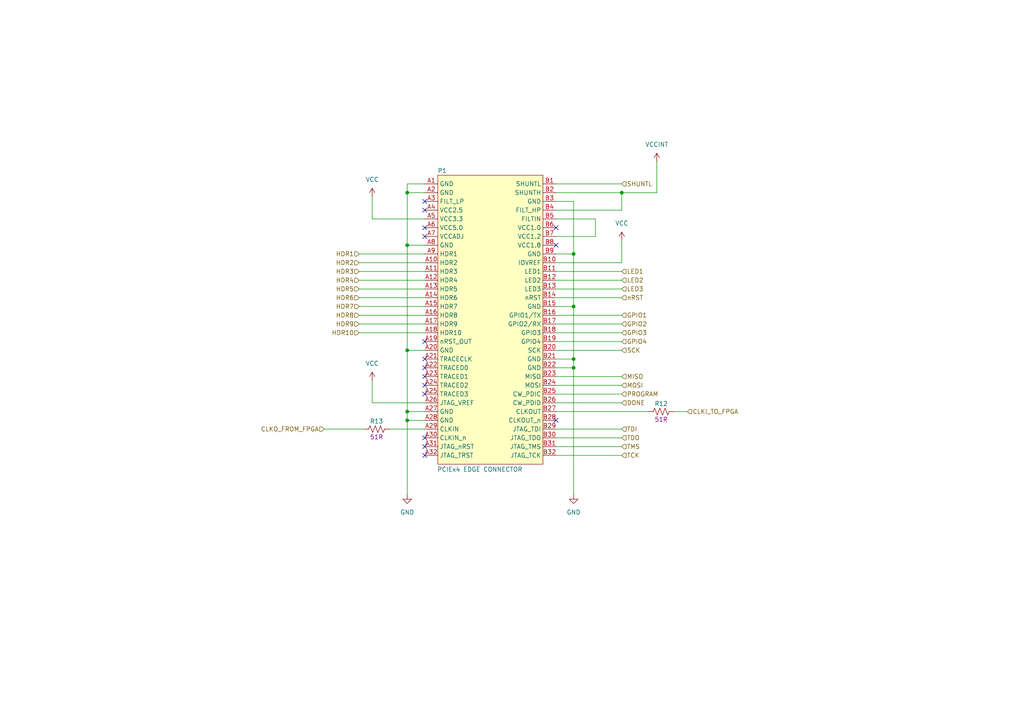
<source format=kicad_sch>
(kicad_sch (version 20231120) (generator "eeschema") (generator_version "8.0")
  (paper "A4")
  (lib_symbols
    (symbol "0603_Yageo_Res:RES_51R_0603" (pin_numbers hide)
      (property "Reference" "R" (at -20.32 5.08 0))
      (property "Display Value" "51R" (at 15.24 5.08 0))
      (symbol "RES_51R_0603_0_1"
        (polyline (pts (xy -2.286 0) (xy -2.54 0)))
        (polyline (pts (xy 2.286 0) (xy 2.54 0)))
        (polyline (pts (xy -2.286 0) (xy -1.905 1.016) (xy -1.524 0) (xy -1.143 -1.016) (xy -0.762 0)))
        (polyline (pts (xy -0.762 0) (xy -0.381 1.016) (xy 0 0) (xy 0.381 -1.016) (xy 0.762 0)))
        (polyline (pts (xy 0.762 0) (xy 1.143 1.016) (xy 1.524 0) (xy 1.905 -1.016) (xy 2.286 0)))
      )
      (symbol "RES_51R_0603_1_1"
        (pin passive line (at -3.81 0 0) (length 1.27) (name "~") (number "1"))
        (pin passive line (at 3.81 0 180) (length 1.27) (name "~") (number "2"))
      )
    )
    (symbol "power:GND" (power) (pin_numbers hide) (pin_names (offset 0) hide)
      (property "Value" "GND" (at 0 -3.81 0))
      (symbol "GND_0_1"
        (polyline (pts (xy 0 0) (xy 0 -1.27) (xy 1.27 -1.27) (xy 0 -2.54) (xy -1.27 -1.27) (xy 0 -1.27)))
      )
      (symbol "GND_1_1"
        (pin power_in line (at 0 0 270) (length 0) (name "~") (number "1"))
      )
    )
    (symbol "power:VCC" (power) (pin_numbers hide) (pin_names (offset 0) hide)
      (property "Value" "VCC" (at 0 3.556 0))
      (symbol "VCC_0_1"
        (polyline (pts (xy -0.762 1.27) (xy 0 2.54)))
        (polyline (pts (xy 0 0) (xy 0 2.54)))
        (polyline (pts (xy 0 2.54) (xy 0.762 1.27)))
      )
      (symbol "VCC_1_1"
        (pin power_in line (at 0 0 90) (length 0) (name "~") (number "1"))
      )
    )
    (symbol "tutorial_2_library:CW312T-Template" (in_bom no)
      (property "Reference" "P" (at -15.24 3.81 0))
      (property "Value" "PCIEx4 EDGE CONNECTOR " (at 3.81 3.81 0))
      (symbol "CW312T-Template_1_1"
        (rectangle (start -15.24 2.54) (end 15.24 -81.28) (fill (type background)))
        (pin unspecified line (at -19.05 0 0) (length 3.81) (name "GND") (number "A1"))
        (pin unspecified line (at -19.05 -22.86 0) (length 3.81) (name "HDR2") (number "A10"))
        (pin unspecified line (at -19.05 -25.4 0) (length 3.81) (name "HDR3") (number "A11"))
        (pin unspecified line (at -19.05 -27.94 0) (length 3.81) (name "HDR4") (number "A12"))
        (pin unspecified line (at -19.05 -30.48 0) (length 3.81) (name "HDR5") (number "A13"))
        (pin unspecified line (at -19.05 -33.02 0) (length 3.81) (name "HDR6") (number "A14"))
        (pin unspecified line (at -19.05 -35.56 0) (length 3.81) (name "HDR7") (number "A15"))
        (pin unspecified line (at -19.05 -38.1 0) (length 3.81) (name "HDR8") (number "A16"))
        (pin unspecified line (at -19.05 -40.64 0) (length 3.81) (name "HDR9") (number "A17"))
        (pin unspecified line (at -19.05 -43.18 0) (length 3.81) (name "HDR10") (number "A18"))
        (pin unspecified line (at -19.05 -45.72 0) (length 3.81) (name "nRST_OUT") (number "A19"))
        (pin unspecified line (at -19.05 -2.54 0) (length 3.81) (name "GND") (number "A2"))
        (pin unspecified line (at -19.05 -48.26 0) (length 3.81) (name "GND") (number "A20"))
        (pin unspecified line (at -19.05 -50.8 0) (length 3.81) (name "TRACECLK") (number "A21"))
        (pin unspecified line (at -19.05 -53.34 0) (length 3.81) (name "TRACED0") (number "A22"))
        (pin unspecified line (at -19.05 -55.88 0) (length 3.81) (name "TRACED1") (number "A23"))
        (pin unspecified line (at -19.05 -58.42 0) (length 3.81) (name "TRACED2") (number "A24"))
        (pin unspecified line (at -19.05 -60.96 0) (length 3.81) (name "TRACED3") (number "A25"))
        (pin unspecified line (at -19.05 -63.5 0) (length 3.81) (name "JTAG_VREF") (number "A26"))
        (pin unspecified line (at -19.05 -66.04 0) (length 3.81) (name "GND") (number "A27"))
        (pin unspecified line (at -19.05 -68.58 0) (length 3.81) (name "GND") (number "A28"))
        (pin unspecified line (at -19.05 -71.12 0) (length 3.81) (name "CLKIN") (number "A29"))
        (pin unspecified line (at -19.05 -5.08 0) (length 3.81) (name "FILT_LP") (number "A3"))
        (pin unspecified line (at -19.05 -73.66 0) (length 3.81) (name "CLKIN_n") (number "A30"))
        (pin unspecified line (at -19.05 -76.2 0) (length 3.81) (name "JTAG_nRST") (number "A31"))
        (pin unspecified line (at -19.05 -78.74 0) (length 3.81) (name "JTAG_TRST") (number "A32"))
        (pin unspecified line (at -19.05 -7.62 0) (length 3.81) (name "VCC2.5") (number "A4"))
        (pin unspecified line (at -19.05 -10.16 0) (length 3.81) (name "VCC3.3") (number "A5"))
        (pin unspecified line (at -19.05 -12.7 0) (length 3.81) (name "VCC5.0") (number "A6"))
        (pin unspecified line (at -19.05 -15.24 0) (length 3.81) (name "VCCADJ") (number "A7"))
        (pin unspecified line (at -19.05 -17.78 0) (length 3.81) (name "GND") (number "A8"))
        (pin unspecified line (at -19.05 -20.32 0) (length 3.81) (name "HDR1") (number "A9"))
        (pin unspecified line (at 19.05 0 180) (length 3.81) (name "SHUNTL") (number "B1"))
        (pin unspecified line (at 19.05 -22.86 180) (length 3.81) (name "IOVREF") (number "B10"))
        (pin unspecified line (at 19.05 -25.4 180) (length 3.81) (name "LED1") (number "B11"))
        (pin unspecified line (at 19.05 -27.94 180) (length 3.81) (name "LED2") (number "B12"))
        (pin unspecified line (at 19.05 -30.48 180) (length 3.81) (name "LED3") (number "B13"))
        (pin unspecified line (at 19.05 -33.02 180) (length 3.81) (name "nRST") (number "B14"))
        (pin unspecified line (at 19.05 -35.56 180) (length 3.81) (name "GND") (number "B15"))
        (pin unspecified line (at 19.05 -38.1 180) (length 3.81) (name "GPIO1/TX") (number "B16"))
        (pin unspecified line (at 19.05 -40.64 180) (length 3.81) (name "GPIO2/RX") (number "B17"))
        (pin unspecified line (at 19.05 -43.18 180) (length 3.81) (name "GPIO3") (number "B18"))
        (pin unspecified line (at 19.05 -45.72 180) (length 3.81) (name "GPIO4") (number "B19"))
        (pin unspecified line (at 19.05 -2.54 180) (length 3.81) (name "SHUNTH") (number "B2"))
        (pin unspecified line (at 19.05 -48.26 180) (length 3.81) (name "SCK") (number "B20"))
        (pin unspecified line (at 19.05 -50.8 180) (length 3.81) (name "GND") (number "B21"))
        (pin unspecified line (at 19.05 -53.34 180) (length 3.81) (name "GND") (number "B22"))
        (pin unspecified line (at 19.05 -55.88 180) (length 3.81) (name "MISO") (number "B23"))
        (pin unspecified line (at 19.05 -58.42 180) (length 3.81) (name "MOSI") (number "B24"))
        (pin unspecified line (at 19.05 -60.96 180) (length 3.81) (name "CW_PDIC") (number "B25"))
        (pin unspecified line (at 19.05 -63.5 180) (length 3.81) (name "CW_PDID") (number "B26"))
        (pin unspecified line (at 19.05 -66.04 180) (length 3.81) (name "CLKOUT") (number "B27"))
        (pin unspecified line (at 19.05 -68.58 180) (length 3.81) (name "CLKOUT_n") (number "B28"))
        (pin unspecified line (at 19.05 -71.12 180) (length 3.81) (name "JTAG_TDI") (number "B29"))
        (pin unspecified line (at 19.05 -5.08 180) (length 3.81) (name "GND") (number "B3"))
        (pin unspecified line (at 19.05 -73.66 180) (length 3.81) (name "JTAG_TDO") (number "B30"))
        (pin unspecified line (at 19.05 -76.2 180) (length 3.81) (name "JTAG_TMS") (number "B31"))
        (pin unspecified line (at 19.05 -78.74 180) (length 3.81) (name "JTAG_TCK") (number "B32"))
        (pin unspecified line (at 19.05 -7.62 180) (length 3.81) (name "FILT_HP") (number "B4"))
        (pin unspecified line (at 19.05 -10.16 180) (length 3.81) (name "FILTIN") (number "B5"))
        (pin unspecified line (at 19.05 -12.7 180) (length 3.81) (name "VCC1.0") (number "B6"))
        (pin unspecified line (at 19.05 -15.24 180) (length 3.81) (name "VCC1.2") (number "B7"))
        (pin unspecified line (at 19.05 -17.78 180) (length 3.81) (name "VCC1.8") (number "B8"))
        (pin unspecified line (at 19.05 -20.32 180) (length 3.81) (name "GND") (number "B9"))
      )
    )
  )
  (junction (at 118.11 101.6))
  (junction (at 118.11 55.88))
  (junction (at 166.37 73.66))
  (junction (at 180.34 55.88))
  (junction (at 166.37 104.14))
  (junction (at 166.37 88.9))
  (junction (at 118.11 121.92))
  (junction (at 118.11 71.12))
  (junction (at 166.37 106.68))
  (junction (at 118.11 119.38))
  (no_connect (at 123.19 111.76))
  (no_connect (at 123.19 114.3))
  (no_connect (at 123.19 132.08))
  (no_connect (at 161.29 121.92))
  (no_connect (at 123.19 129.54))
  (no_connect (at 123.19 60.96))
  (no_connect (at 123.19 66.04))
  (no_connect (at 123.19 68.58))
  (no_connect (at 123.19 58.42))
  (no_connect (at 123.19 109.22))
  (no_connect (at 123.19 99.06))
  (no_connect (at 123.19 106.68))
  (no_connect (at 123.19 104.14))
  (no_connect (at 161.29 71.12))
  (no_connect (at 123.19 127))
  (no_connect (at 161.29 66.04))
  (wire (pts (xy 118.11 55.88) (xy 123.19 55.88)))
  (wire (pts (xy 104.14 96.52) (xy 123.19 96.52)))
  (wire (pts (xy 123.19 63.5) (xy 107.95 63.5)))
  (wire (pts (xy 104.14 76.2) (xy 123.19 76.2)))
  (wire (pts (xy 166.37 73.66) (xy 166.37 88.9)))
  (wire (pts (xy 190.5 46.99) (xy 190.5 55.88)))
  (wire (pts (xy 166.37 58.42) (xy 166.37 73.66)))
  (wire (pts (xy 161.29 127) (xy 180.34 127)))
  (wire (pts (xy 180.34 55.88) (xy 180.34 60.96)))
  (wire (pts (xy 161.29 106.68) (xy 166.37 106.68)))
  (wire (pts (xy 104.14 91.44) (xy 123.19 91.44)))
  (wire (pts (xy 93.98 124.46) (xy 105.41 124.46)))
  (wire (pts (xy 161.29 114.3) (xy 180.34 114.3)))
  (wire (pts (xy 172.72 68.58) (xy 161.29 68.58)))
  (wire (pts (xy 118.11 71.12) (xy 123.19 71.12)))
  (wire (pts (xy 104.14 81.28) (xy 123.19 81.28)))
  (wire (pts (xy 166.37 88.9) (xy 166.37 104.14)))
  (wire (pts (xy 107.95 57.15) (xy 107.95 63.5)))
  (wire (pts (xy 161.29 78.74) (xy 180.34 78.74)))
  (wire (pts (xy 161.29 111.76) (xy 180.34 111.76)))
  (wire (pts (xy 104.14 78.74) (xy 123.19 78.74)))
  (wire (pts (xy 161.29 116.84) (xy 180.34 116.84)))
  (wire (pts (xy 195.58 119.38) (xy 199.39 119.38)))
  (wire (pts (xy 118.11 101.6) (xy 123.19 101.6)))
  (wire (pts (xy 118.11 71.12) (xy 118.11 101.6)))
  (wire (pts (xy 161.29 73.66) (xy 166.37 73.66)))
  (wire (pts (xy 161.29 86.36) (xy 180.34 86.36)))
  (wire (pts (xy 118.11 119.38) (xy 118.11 121.92)))
  (wire (pts (xy 161.29 101.6) (xy 180.34 101.6)))
  (wire (pts (xy 161.29 109.22) (xy 180.34 109.22)))
  (wire (pts (xy 118.11 55.88) (xy 118.11 71.12)))
  (wire (pts (xy 161.29 53.34) (xy 180.34 53.34)))
  (wire (pts (xy 161.29 55.88) (xy 180.34 55.88)))
  (wire (pts (xy 161.29 99.06) (xy 180.34 99.06)))
  (wire (pts (xy 104.14 73.66) (xy 123.19 73.66)))
  (wire (pts (xy 118.11 121.92) (xy 118.11 143.51)))
  (wire (pts (xy 161.29 83.82) (xy 180.34 83.82)))
  (wire (pts (xy 166.37 58.42) (xy 161.29 58.42)))
  (wire (pts (xy 104.14 83.82) (xy 123.19 83.82)))
  (wire (pts (xy 161.29 60.96) (xy 180.34 60.96)))
  (wire (pts (xy 161.29 88.9) (xy 166.37 88.9)))
  (wire (pts (xy 161.29 124.46) (xy 180.34 124.46)))
  (wire (pts (xy 104.14 86.36) (xy 123.19 86.36)))
  (wire (pts (xy 118.11 53.34) (xy 118.11 55.88)))
  (wire (pts (xy 166.37 106.68) (xy 166.37 143.51)))
  (wire (pts (xy 161.29 63.5) (xy 172.72 63.5)))
  (wire (pts (xy 180.34 55.88) (xy 190.5 55.88)))
  (wire (pts (xy 180.34 69.85) (xy 180.34 76.2)))
  (wire (pts (xy 161.29 96.52) (xy 180.34 96.52)))
  (wire (pts (xy 107.95 110.49) (xy 107.95 116.84)))
  (wire (pts (xy 118.11 121.92) (xy 123.19 121.92)))
  (wire (pts (xy 161.29 76.2) (xy 180.34 76.2)))
  (wire (pts (xy 161.29 104.14) (xy 166.37 104.14)))
  (wire (pts (xy 161.29 93.98) (xy 180.34 93.98)))
  (wire (pts (xy 161.29 129.54) (xy 180.34 129.54)))
  (wire (pts (xy 161.29 91.44) (xy 180.34 91.44)))
  (wire (pts (xy 172.72 63.5) (xy 172.72 68.58)))
  (wire (pts (xy 161.29 132.08) (xy 180.34 132.08)))
  (wire (pts (xy 161.29 81.28) (xy 180.34 81.28)))
  (wire (pts (xy 161.29 119.38) (xy 187.96 119.38)))
  (wire (pts (xy 118.11 101.6) (xy 118.11 119.38)))
  (wire (pts (xy 123.19 53.34) (xy 118.11 53.34)))
  (wire (pts (xy 104.14 88.9) (xy 123.19 88.9)))
  (wire (pts (xy 123.19 116.84) (xy 107.95 116.84)))
  (wire (pts (xy 104.14 93.98) (xy 123.19 93.98)))
  (wire (pts (xy 113.03 124.46) (xy 123.19 124.46)))
  (wire (pts (xy 118.11 119.38) (xy 123.19 119.38)))
  (wire (pts (xy 166.37 104.14) (xy 166.37 106.68)))
  (hierarchical_label "PROGRAM" (shape input) (at 180.34 114.3 0))
  (hierarchical_label "HDR7" (shape input) (at 104.14 88.9 180))
  (hierarchical_label "DONE" (shape input) (at 180.34 116.84 0))
  (hierarchical_label "HDR9" (shape input) (at 104.14 93.98 180))
  (hierarchical_label "GPIO3" (shape input) (at 180.34 96.52 0))
  (hierarchical_label "nRST" (shape input) (at 180.34 86.36 0))
  (hierarchical_label "TDI" (shape input) (at 180.34 124.46 0))
  (hierarchical_label "MISO" (shape input) (at 180.34 109.22 0))
  (hierarchical_label "GPIO4" (shape input) (at 180.34 99.06 0))
  (hierarchical_label "CLKO_FROM_FPGA" (shape input) (at 93.98 124.46 180))
  (hierarchical_label "HDR5" (shape input) (at 104.14 83.82 180))
  (hierarchical_label "HDR8" (shape input) (at 104.14 91.44 180))
  (hierarchical_label "MOSI" (shape input) (at 180.34 111.76 0))
  (hierarchical_label "LED3" (shape input) (at 180.34 83.82 0))
  (hierarchical_label "SHUNTL" (shape input) (at 180.34 53.34 0))
  (hierarchical_label "HDR10" (shape input) (at 104.14 96.52 180))
  (hierarchical_label "CLKI_TO_FPGA" (shape input) (at 199.39 119.38 0))
  (hierarchical_label "LED2" (shape input) (at 180.34 81.28 0))
  (hierarchical_label "TDO" (shape input) (at 180.34 127 0))
  (hierarchical_label "TCK" (shape input) (at 180.34 132.08 0))
  (hierarchical_label "HDR1" (shape input) (at 104.14 73.66 180))
  (hierarchical_label "HDR3" (shape input) (at 104.14 78.74 180))
  (hierarchical_label "HDR2" (shape input) (at 104.14 76.2 180))
  (hierarchical_label "HDR6" (shape input) (at 104.14 86.36 180))
  (hierarchical_label "GPIO2" (shape input) (at 180.34 93.98 0))
  (hierarchical_label "GPIO1" (shape input) (at 180.34 91.44 0))
  (hierarchical_label "TMS" (shape input) (at 180.34 129.54 0))
  (hierarchical_label "LED1" (shape input) (at 180.34 78.74 0))
  (hierarchical_label "SCK" (shape input) (at 180.34 101.6 0))
  (hierarchical_label "HDR4" (shape input) (at 104.14 81.28 180))
  (symbol (lib_id "tutorial_2_library:CW312T-Template") (at 142.24 53.34 0) (unit 1) (in_bom no)
    (property "Reference" "P1" (at 128.27 49.53 0))
    (property "Value" "PCIEx4 EDGE CONNECTOR" (at 139.192 136.144 0))
    (property "Footprint" "tutorial_2_library:CW312_Template" (effects (hide yes)))
    (property "Description" "BOARD AND EDGE CONNECTOR TEMPLATE FOR CW312 TARGETS" (effects (hide yes)))
  )
  (symbol (lib_id "power:VCC") (at 180.34 69.85 0) (mirror y) (unit 1)
    (property "Reference" "#PWR06" (effects (hide yes)))
    (property "Value" "VCC" (at 180.34 64.77 0))
    (property "Description" "Power symbol creates a global label with name \"VCC\"" (effects (hide yes)))
  )
  (symbol (lib_id "power:VCC") (at 107.95 57.15 0) (unit 1)
    (property "Reference" "#PWR03" (effects (hide yes)))
    (property "Value" "VCC" (at 107.95 52.07 0))
    (property "Description" "Power symbol creates a global label with name \"VCC\"" (effects (hide yes)))
  )
  (symbol (lib_id "power:VCC") (at 190.5 46.99 0) (unit 1)
    (property "Reference" "#PWR04" (effects (hide yes)))
    (property "Value" "VCCINT" (at 190.5 41.91 0))
    (property "Description" "Power symbol creates a global label with name \"VCC\"" (effects (hide yes)))
  )
  (symbol (lib_id "power:GND") (at 166.37 143.51 0) (unit 1)
    (property "Reference" "#PWR02" (effects (hide yes)))
    (property "Value" "GND" (at 166.37 148.59 0))
    (property "Description" "Power symbol creates a global label with name \"GND\" , ground" (effects (hide yes)))
  )
  (symbol (lib_id "power:GND") (at 118.11 143.51 0) (unit 1)
    (property "Reference" "#PWR01" (effects (hide yes)))
    (property "Value" "GND" (at 118.11 148.59 0))
    (property "Description" "Power symbol creates a global label with name \"GND\" , ground" (effects (hide yes)))
  )
  (symbol (lib_id "0603_Yageo_Res:RES_51R_0603") (at 191.77 119.38 0) (unit 1)
    (property "Reference" "R12" (at 191.77 117.094 0))
    (property "Value" "RES_51R_0603" (effects (hide yes)))
    (property "Footprint" "Resistor_SMD:R_0603_1608Metric" (effects (hide yes)))
    (property "Datasheet" "https://www.yageo.com/upload/media/product/products/datasheet/rchip/PYu-RC_Group_51_RoHS_L_12.pdf" (effects (hide yes)))
    (property "Description" "RES 51 OHM 1% 1/10W 0603" (effects (hide yes)))
    (property "Display Value" "51R" (at 191.77 121.666 0))
    (property "Manufacturer" "YAGEO" (effects (hide yes)))
    (property "Manufacturer Part Number" "RC0603FR-0751RL" (effects (hide yes)))
    (property "Supplier 1" "DigiKey" (effects (hide yes)))
    (property "Supplier 1 Part Number" "311-51.0HRCT-ND" (effects (hide yes)))
    (property "Supplier 2" "no_data" (effects (hide yes)))
    (property "Supplier 2 Part Number" "no_data" (effects (hide yes)))
  )
  (symbol (lib_id "0603_Yageo_Res:RES_51R_0603") (at 109.22 124.46 0) (unit 1)
    (property "Reference" "R13" (at 109.22 122.174 0))
    (property "Value" "RES_51R_0603" (effects (hide yes)))
    (property "Footprint" "Resistor_SMD:R_0603_1608Metric" (effects (hide yes)))
    (property "Datasheet" "https://www.yageo.com/upload/media/product/products/datasheet/rchip/PYu-RC_Group_51_RoHS_L_12.pdf" (effects (hide yes)))
    (property "Description" "RES 51 OHM 1% 1/10W 0603" (effects (hide yes)))
    (property "Display Value" "51R" (at 109.22 126.746 0))
    (property "Manufacturer" "YAGEO" (effects (hide yes)))
    (property "Manufacturer Part Number" "RC0603FR-0751RL" (effects (hide yes)))
    (property "Supplier 1" "DigiKey" (effects (hide yes)))
    (property "Supplier 1 Part Number" "311-51.0HRCT-ND" (effects (hide yes)))
    (property "Supplier 2" "no_data" (effects (hide yes)))
    (property "Supplier 2 Part Number" "no_data" (effects (hide yes)))
  )
  (symbol (lib_id "power:VCC") (at 107.95 110.49 0) (unit 1)
    (property "Reference" "#PWR05" (effects (hide yes)))
    (property "Value" "VCC" (at 107.95 105.41 0))
    (property "Description" "Power symbol creates a global label with name \"VCC\"" (effects (hide yes)))
  )
)
</source>
